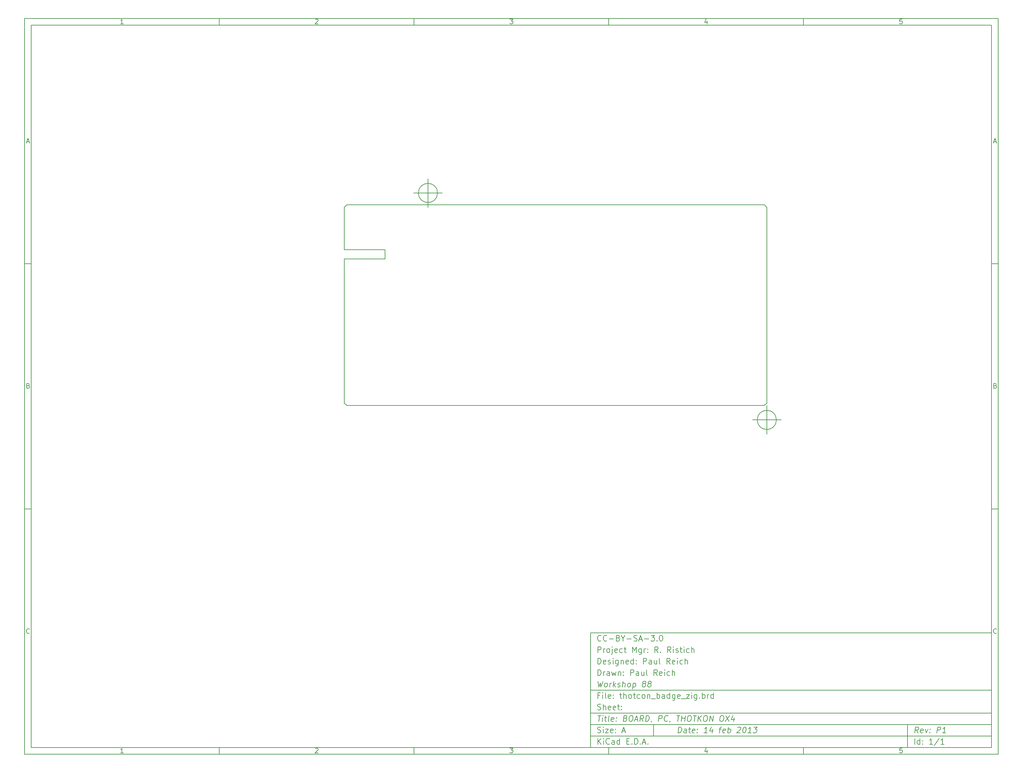
<source format=gbr>
G04 (created by PCBNEW (2012-11-15 BZR 3804)-stable) date Thu 14 Feb 2013 00:34:17 CST*
%MOIN*%
G04 Gerber Fmt 3.4, Leading zero omitted, Abs format*
%FSLAX34Y34*%
G01*
G70*
G90*
G04 APERTURE LIST*
%ADD10C,0.006*%
%ADD11C,0.00590551*%
G04 APERTURE END LIST*
G54D10*
X-38750Y36250D02*
X63250Y36250D01*
X63250Y-40750D01*
X-38750Y-40750D01*
X-38750Y36250D01*
X-38050Y35550D02*
X62550Y35550D01*
X62550Y-40050D01*
X-38050Y-40050D01*
X-38050Y35550D01*
X-18350Y36250D02*
X-18350Y35550D01*
X-28407Y35697D02*
X-28692Y35697D01*
X-28550Y35697D02*
X-28550Y36197D01*
X-28597Y36126D01*
X-28645Y36078D01*
X-28692Y36054D01*
X-18350Y-40750D02*
X-18350Y-40050D01*
X-28407Y-40602D02*
X-28692Y-40602D01*
X-28550Y-40602D02*
X-28550Y-40102D01*
X-28597Y-40173D01*
X-28645Y-40221D01*
X-28692Y-40245D01*
X2050Y36250D02*
X2050Y35550D01*
X-8292Y36150D02*
X-8269Y36173D01*
X-8221Y36197D01*
X-8102Y36197D01*
X-8054Y36173D01*
X-8030Y36150D01*
X-8007Y36102D01*
X-8007Y36054D01*
X-8030Y35983D01*
X-8316Y35697D01*
X-8007Y35697D01*
X2050Y-40750D02*
X2050Y-40050D01*
X-8292Y-40150D02*
X-8269Y-40126D01*
X-8221Y-40102D01*
X-8102Y-40102D01*
X-8054Y-40126D01*
X-8030Y-40150D01*
X-8007Y-40197D01*
X-8007Y-40245D01*
X-8030Y-40316D01*
X-8316Y-40602D01*
X-8007Y-40602D01*
X22450Y36250D02*
X22450Y35550D01*
X12083Y36197D02*
X12392Y36197D01*
X12226Y36007D01*
X12297Y36007D01*
X12345Y35983D01*
X12369Y35959D01*
X12392Y35911D01*
X12392Y35792D01*
X12369Y35745D01*
X12345Y35721D01*
X12297Y35697D01*
X12154Y35697D01*
X12107Y35721D01*
X12083Y35745D01*
X22450Y-40750D02*
X22450Y-40050D01*
X12083Y-40102D02*
X12392Y-40102D01*
X12226Y-40292D01*
X12297Y-40292D01*
X12345Y-40316D01*
X12369Y-40340D01*
X12392Y-40388D01*
X12392Y-40507D01*
X12369Y-40554D01*
X12345Y-40578D01*
X12297Y-40602D01*
X12154Y-40602D01*
X12107Y-40578D01*
X12083Y-40554D01*
X42850Y36250D02*
X42850Y35550D01*
X32745Y36030D02*
X32745Y35697D01*
X32626Y36221D02*
X32507Y35864D01*
X32816Y35864D01*
X42850Y-40750D02*
X42850Y-40050D01*
X32745Y-40269D02*
X32745Y-40602D01*
X32626Y-40078D02*
X32507Y-40435D01*
X32816Y-40435D01*
X53169Y36197D02*
X52930Y36197D01*
X52907Y35959D01*
X52930Y35983D01*
X52978Y36007D01*
X53097Y36007D01*
X53145Y35983D01*
X53169Y35959D01*
X53192Y35911D01*
X53192Y35792D01*
X53169Y35745D01*
X53145Y35721D01*
X53097Y35697D01*
X52978Y35697D01*
X52930Y35721D01*
X52907Y35745D01*
X53169Y-40102D02*
X52930Y-40102D01*
X52907Y-40340D01*
X52930Y-40316D01*
X52978Y-40292D01*
X53097Y-40292D01*
X53145Y-40316D01*
X53169Y-40340D01*
X53192Y-40388D01*
X53192Y-40507D01*
X53169Y-40554D01*
X53145Y-40578D01*
X53097Y-40602D01*
X52978Y-40602D01*
X52930Y-40578D01*
X52907Y-40554D01*
X-38750Y10590D02*
X-38050Y10590D01*
X-38519Y23360D02*
X-38280Y23360D01*
X-38566Y23217D02*
X-38399Y23717D01*
X-38233Y23217D01*
X63250Y10590D02*
X62550Y10590D01*
X62780Y23360D02*
X63019Y23360D01*
X62733Y23217D02*
X62900Y23717D01*
X63066Y23217D01*
X-38750Y-15070D02*
X-38050Y-15070D01*
X-38364Y-2180D02*
X-38292Y-2204D01*
X-38269Y-2228D01*
X-38245Y-2275D01*
X-38245Y-2347D01*
X-38269Y-2394D01*
X-38292Y-2418D01*
X-38340Y-2442D01*
X-38530Y-2442D01*
X-38530Y-1942D01*
X-38364Y-1942D01*
X-38316Y-1966D01*
X-38292Y-1990D01*
X-38269Y-2037D01*
X-38269Y-2085D01*
X-38292Y-2132D01*
X-38316Y-2156D01*
X-38364Y-2180D01*
X-38530Y-2180D01*
X63250Y-15070D02*
X62550Y-15070D01*
X62935Y-2180D02*
X63007Y-2204D01*
X63030Y-2228D01*
X63054Y-2275D01*
X63054Y-2347D01*
X63030Y-2394D01*
X63007Y-2418D01*
X62959Y-2442D01*
X62769Y-2442D01*
X62769Y-1942D01*
X62935Y-1942D01*
X62983Y-1966D01*
X63007Y-1990D01*
X63030Y-2037D01*
X63030Y-2085D01*
X63007Y-2132D01*
X62983Y-2156D01*
X62935Y-2180D01*
X62769Y-2180D01*
X-38245Y-28054D02*
X-38269Y-28078D01*
X-38340Y-28102D01*
X-38388Y-28102D01*
X-38459Y-28078D01*
X-38507Y-28030D01*
X-38530Y-27983D01*
X-38554Y-27888D01*
X-38554Y-27816D01*
X-38530Y-27721D01*
X-38507Y-27673D01*
X-38459Y-27626D01*
X-38388Y-27602D01*
X-38340Y-27602D01*
X-38269Y-27626D01*
X-38245Y-27650D01*
X63054Y-28054D02*
X63030Y-28078D01*
X62959Y-28102D01*
X62911Y-28102D01*
X62840Y-28078D01*
X62792Y-28030D01*
X62769Y-27983D01*
X62745Y-27888D01*
X62745Y-27816D01*
X62769Y-27721D01*
X62792Y-27673D01*
X62840Y-27626D01*
X62911Y-27602D01*
X62959Y-27602D01*
X63030Y-27626D01*
X63054Y-27650D01*
X29700Y-38492D02*
X29775Y-37892D01*
X29917Y-37892D01*
X30000Y-37921D01*
X30050Y-37978D01*
X30071Y-38035D01*
X30085Y-38150D01*
X30075Y-38235D01*
X30032Y-38350D01*
X29996Y-38407D01*
X29932Y-38464D01*
X29842Y-38492D01*
X29700Y-38492D01*
X30557Y-38492D02*
X30596Y-38178D01*
X30575Y-38121D01*
X30521Y-38092D01*
X30407Y-38092D01*
X30346Y-38121D01*
X30560Y-38464D02*
X30500Y-38492D01*
X30357Y-38492D01*
X30303Y-38464D01*
X30282Y-38407D01*
X30289Y-38350D01*
X30325Y-38292D01*
X30385Y-38264D01*
X30528Y-38264D01*
X30589Y-38235D01*
X30807Y-38092D02*
X31035Y-38092D01*
X30917Y-37892D02*
X30853Y-38407D01*
X30875Y-38464D01*
X30928Y-38492D01*
X30985Y-38492D01*
X31417Y-38464D02*
X31357Y-38492D01*
X31242Y-38492D01*
X31189Y-38464D01*
X31167Y-38407D01*
X31196Y-38178D01*
X31232Y-38121D01*
X31292Y-38092D01*
X31407Y-38092D01*
X31460Y-38121D01*
X31482Y-38178D01*
X31475Y-38235D01*
X31182Y-38292D01*
X31707Y-38435D02*
X31732Y-38464D01*
X31700Y-38492D01*
X31675Y-38464D01*
X31707Y-38435D01*
X31700Y-38492D01*
X31746Y-38121D02*
X31771Y-38150D01*
X31739Y-38178D01*
X31714Y-38150D01*
X31746Y-38121D01*
X31739Y-38178D01*
X32757Y-38492D02*
X32414Y-38492D01*
X32585Y-38492D02*
X32660Y-37892D01*
X32592Y-37978D01*
X32528Y-38035D01*
X32467Y-38064D01*
X33321Y-38092D02*
X33271Y-38492D01*
X33207Y-37864D02*
X33010Y-38292D01*
X33382Y-38292D01*
X34007Y-38092D02*
X34235Y-38092D01*
X34042Y-38492D02*
X34107Y-37978D01*
X34142Y-37921D01*
X34203Y-37892D01*
X34260Y-37892D01*
X34617Y-38464D02*
X34557Y-38492D01*
X34442Y-38492D01*
X34389Y-38464D01*
X34367Y-38407D01*
X34396Y-38178D01*
X34432Y-38121D01*
X34492Y-38092D01*
X34607Y-38092D01*
X34660Y-38121D01*
X34682Y-38178D01*
X34675Y-38235D01*
X34382Y-38292D01*
X34900Y-38492D02*
X34975Y-37892D01*
X34946Y-38121D02*
X35007Y-38092D01*
X35121Y-38092D01*
X35175Y-38121D01*
X35200Y-38150D01*
X35221Y-38207D01*
X35200Y-38378D01*
X35164Y-38435D01*
X35132Y-38464D01*
X35071Y-38492D01*
X34957Y-38492D01*
X34903Y-38464D01*
X35939Y-37950D02*
X35971Y-37921D01*
X36032Y-37892D01*
X36175Y-37892D01*
X36228Y-37921D01*
X36253Y-37950D01*
X36275Y-38007D01*
X36267Y-38064D01*
X36228Y-38150D01*
X35842Y-38492D01*
X36214Y-38492D01*
X36660Y-37892D02*
X36717Y-37892D01*
X36771Y-37921D01*
X36796Y-37950D01*
X36817Y-38007D01*
X36832Y-38121D01*
X36814Y-38264D01*
X36771Y-38378D01*
X36735Y-38435D01*
X36703Y-38464D01*
X36642Y-38492D01*
X36585Y-38492D01*
X36532Y-38464D01*
X36507Y-38435D01*
X36485Y-38378D01*
X36471Y-38264D01*
X36489Y-38121D01*
X36532Y-38007D01*
X36567Y-37950D01*
X36600Y-37921D01*
X36660Y-37892D01*
X37357Y-38492D02*
X37014Y-38492D01*
X37185Y-38492D02*
X37260Y-37892D01*
X37192Y-37978D01*
X37128Y-38035D01*
X37067Y-38064D01*
X37632Y-37892D02*
X38003Y-37892D01*
X37775Y-38121D01*
X37860Y-38121D01*
X37914Y-38150D01*
X37939Y-38178D01*
X37960Y-38235D01*
X37942Y-38378D01*
X37907Y-38435D01*
X37875Y-38464D01*
X37814Y-38492D01*
X37642Y-38492D01*
X37589Y-38464D01*
X37564Y-38435D01*
X21292Y-39692D02*
X21292Y-39092D01*
X21635Y-39692D02*
X21378Y-39350D01*
X21635Y-39092D02*
X21292Y-39435D01*
X21892Y-39692D02*
X21892Y-39292D01*
X21892Y-39092D02*
X21864Y-39121D01*
X21892Y-39150D01*
X21921Y-39121D01*
X21892Y-39092D01*
X21892Y-39150D01*
X22521Y-39635D02*
X22492Y-39664D01*
X22407Y-39692D01*
X22350Y-39692D01*
X22264Y-39664D01*
X22207Y-39607D01*
X22178Y-39550D01*
X22150Y-39435D01*
X22150Y-39350D01*
X22178Y-39235D01*
X22207Y-39178D01*
X22264Y-39121D01*
X22350Y-39092D01*
X22407Y-39092D01*
X22492Y-39121D01*
X22521Y-39150D01*
X23035Y-39692D02*
X23035Y-39378D01*
X23007Y-39321D01*
X22950Y-39292D01*
X22835Y-39292D01*
X22778Y-39321D01*
X23035Y-39664D02*
X22978Y-39692D01*
X22835Y-39692D01*
X22778Y-39664D01*
X22750Y-39607D01*
X22750Y-39550D01*
X22778Y-39492D01*
X22835Y-39464D01*
X22978Y-39464D01*
X23035Y-39435D01*
X23578Y-39692D02*
X23578Y-39092D01*
X23578Y-39664D02*
X23521Y-39692D01*
X23407Y-39692D01*
X23350Y-39664D01*
X23321Y-39635D01*
X23292Y-39578D01*
X23292Y-39407D01*
X23321Y-39350D01*
X23350Y-39321D01*
X23407Y-39292D01*
X23521Y-39292D01*
X23578Y-39321D01*
X24321Y-39378D02*
X24521Y-39378D01*
X24607Y-39692D02*
X24321Y-39692D01*
X24321Y-39092D01*
X24607Y-39092D01*
X24864Y-39635D02*
X24892Y-39664D01*
X24864Y-39692D01*
X24835Y-39664D01*
X24864Y-39635D01*
X24864Y-39692D01*
X25149Y-39692D02*
X25149Y-39092D01*
X25292Y-39092D01*
X25378Y-39121D01*
X25435Y-39178D01*
X25464Y-39235D01*
X25492Y-39350D01*
X25492Y-39435D01*
X25464Y-39550D01*
X25435Y-39607D01*
X25378Y-39664D01*
X25292Y-39692D01*
X25149Y-39692D01*
X25749Y-39635D02*
X25778Y-39664D01*
X25749Y-39692D01*
X25721Y-39664D01*
X25749Y-39635D01*
X25749Y-39692D01*
X26007Y-39521D02*
X26292Y-39521D01*
X25949Y-39692D02*
X26149Y-39092D01*
X26349Y-39692D01*
X26549Y-39635D02*
X26578Y-39664D01*
X26549Y-39692D01*
X26521Y-39664D01*
X26549Y-39635D01*
X26549Y-39692D01*
X54842Y-38492D02*
X54678Y-38207D01*
X54500Y-38492D02*
X54575Y-37892D01*
X54803Y-37892D01*
X54857Y-37921D01*
X54882Y-37950D01*
X54903Y-38007D01*
X54892Y-38092D01*
X54857Y-38150D01*
X54825Y-38178D01*
X54764Y-38207D01*
X54535Y-38207D01*
X55332Y-38464D02*
X55271Y-38492D01*
X55157Y-38492D01*
X55103Y-38464D01*
X55082Y-38407D01*
X55110Y-38178D01*
X55146Y-38121D01*
X55207Y-38092D01*
X55321Y-38092D01*
X55375Y-38121D01*
X55396Y-38178D01*
X55389Y-38235D01*
X55096Y-38292D01*
X55607Y-38092D02*
X55700Y-38492D01*
X55892Y-38092D01*
X56078Y-38435D02*
X56103Y-38464D01*
X56071Y-38492D01*
X56046Y-38464D01*
X56078Y-38435D01*
X56071Y-38492D01*
X56117Y-38121D02*
X56142Y-38150D01*
X56110Y-38178D01*
X56085Y-38150D01*
X56117Y-38121D01*
X56110Y-38178D01*
X56814Y-38492D02*
X56889Y-37892D01*
X57117Y-37892D01*
X57171Y-37921D01*
X57196Y-37950D01*
X57217Y-38007D01*
X57207Y-38092D01*
X57171Y-38150D01*
X57139Y-38178D01*
X57078Y-38207D01*
X56850Y-38207D01*
X57728Y-38492D02*
X57385Y-38492D01*
X57557Y-38492D02*
X57632Y-37892D01*
X57564Y-37978D01*
X57500Y-38035D01*
X57439Y-38064D01*
X21264Y-38464D02*
X21350Y-38492D01*
X21492Y-38492D01*
X21550Y-38464D01*
X21578Y-38435D01*
X21607Y-38378D01*
X21607Y-38321D01*
X21578Y-38264D01*
X21550Y-38235D01*
X21492Y-38207D01*
X21378Y-38178D01*
X21321Y-38150D01*
X21292Y-38121D01*
X21264Y-38064D01*
X21264Y-38007D01*
X21292Y-37950D01*
X21321Y-37921D01*
X21378Y-37892D01*
X21521Y-37892D01*
X21607Y-37921D01*
X21864Y-38492D02*
X21864Y-38092D01*
X21864Y-37892D02*
X21835Y-37921D01*
X21864Y-37950D01*
X21892Y-37921D01*
X21864Y-37892D01*
X21864Y-37950D01*
X22092Y-38092D02*
X22407Y-38092D01*
X22092Y-38492D01*
X22407Y-38492D01*
X22864Y-38464D02*
X22807Y-38492D01*
X22692Y-38492D01*
X22635Y-38464D01*
X22607Y-38407D01*
X22607Y-38178D01*
X22635Y-38121D01*
X22692Y-38092D01*
X22807Y-38092D01*
X22864Y-38121D01*
X22892Y-38178D01*
X22892Y-38235D01*
X22607Y-38292D01*
X23150Y-38435D02*
X23178Y-38464D01*
X23150Y-38492D01*
X23121Y-38464D01*
X23150Y-38435D01*
X23150Y-38492D01*
X23150Y-38121D02*
X23178Y-38150D01*
X23150Y-38178D01*
X23121Y-38150D01*
X23150Y-38121D01*
X23150Y-38178D01*
X23864Y-38321D02*
X24150Y-38321D01*
X23807Y-38492D02*
X24007Y-37892D01*
X24207Y-38492D01*
X54492Y-39692D02*
X54492Y-39092D01*
X55035Y-39692D02*
X55035Y-39092D01*
X55035Y-39664D02*
X54978Y-39692D01*
X54864Y-39692D01*
X54807Y-39664D01*
X54778Y-39635D01*
X54750Y-39578D01*
X54750Y-39407D01*
X54778Y-39350D01*
X54807Y-39321D01*
X54864Y-39292D01*
X54978Y-39292D01*
X55035Y-39321D01*
X55321Y-39635D02*
X55350Y-39664D01*
X55321Y-39692D01*
X55292Y-39664D01*
X55321Y-39635D01*
X55321Y-39692D01*
X55321Y-39321D02*
X55350Y-39350D01*
X55321Y-39378D01*
X55292Y-39350D01*
X55321Y-39321D01*
X55321Y-39378D01*
X56378Y-39692D02*
X56035Y-39692D01*
X56207Y-39692D02*
X56207Y-39092D01*
X56149Y-39178D01*
X56092Y-39235D01*
X56035Y-39264D01*
X57064Y-39064D02*
X56550Y-39835D01*
X57578Y-39692D02*
X57235Y-39692D01*
X57407Y-39692D02*
X57407Y-39092D01*
X57349Y-39178D01*
X57292Y-39235D01*
X57235Y-39264D01*
X21289Y-36692D02*
X21632Y-36692D01*
X21385Y-37292D02*
X21460Y-36692D01*
X21757Y-37292D02*
X21807Y-36892D01*
X21832Y-36692D02*
X21800Y-36721D01*
X21825Y-36750D01*
X21857Y-36721D01*
X21832Y-36692D01*
X21825Y-36750D01*
X22007Y-36892D02*
X22235Y-36892D01*
X22117Y-36692D02*
X22053Y-37207D01*
X22075Y-37264D01*
X22128Y-37292D01*
X22185Y-37292D01*
X22471Y-37292D02*
X22417Y-37264D01*
X22396Y-37207D01*
X22460Y-36692D01*
X22932Y-37264D02*
X22871Y-37292D01*
X22757Y-37292D01*
X22703Y-37264D01*
X22682Y-37207D01*
X22710Y-36978D01*
X22746Y-36921D01*
X22807Y-36892D01*
X22921Y-36892D01*
X22975Y-36921D01*
X22996Y-36978D01*
X22989Y-37035D01*
X22696Y-37092D01*
X23221Y-37235D02*
X23246Y-37264D01*
X23214Y-37292D01*
X23189Y-37264D01*
X23221Y-37235D01*
X23214Y-37292D01*
X23260Y-36921D02*
X23285Y-36950D01*
X23253Y-36978D01*
X23228Y-36950D01*
X23260Y-36921D01*
X23253Y-36978D01*
X24196Y-36978D02*
X24278Y-37007D01*
X24303Y-37035D01*
X24325Y-37092D01*
X24314Y-37178D01*
X24278Y-37235D01*
X24246Y-37264D01*
X24185Y-37292D01*
X23957Y-37292D01*
X24032Y-36692D01*
X24232Y-36692D01*
X24285Y-36721D01*
X24310Y-36750D01*
X24332Y-36807D01*
X24325Y-36864D01*
X24289Y-36921D01*
X24257Y-36950D01*
X24196Y-36978D01*
X23996Y-36978D01*
X24746Y-36692D02*
X24860Y-36692D01*
X24914Y-36721D01*
X24964Y-36778D01*
X24978Y-36892D01*
X24953Y-37092D01*
X24910Y-37207D01*
X24846Y-37264D01*
X24785Y-37292D01*
X24671Y-37292D01*
X24617Y-37264D01*
X24567Y-37207D01*
X24553Y-37092D01*
X24578Y-36892D01*
X24621Y-36778D01*
X24685Y-36721D01*
X24746Y-36692D01*
X25178Y-37121D02*
X25464Y-37121D01*
X25100Y-37292D02*
X25375Y-36692D01*
X25500Y-37292D01*
X26042Y-37292D02*
X25878Y-37007D01*
X25700Y-37292D02*
X25775Y-36692D01*
X26003Y-36692D01*
X26057Y-36721D01*
X26082Y-36750D01*
X26103Y-36807D01*
X26092Y-36892D01*
X26057Y-36950D01*
X26025Y-36978D01*
X25964Y-37007D01*
X25735Y-37007D01*
X26300Y-37292D02*
X26375Y-36692D01*
X26517Y-36692D01*
X26600Y-36721D01*
X26650Y-36778D01*
X26671Y-36835D01*
X26685Y-36950D01*
X26675Y-37035D01*
X26632Y-37150D01*
X26596Y-37207D01*
X26532Y-37264D01*
X26442Y-37292D01*
X26300Y-37292D01*
X26932Y-37264D02*
X26928Y-37292D01*
X26892Y-37350D01*
X26860Y-37378D01*
X27642Y-37292D02*
X27717Y-36692D01*
X27946Y-36692D01*
X27999Y-36721D01*
X28025Y-36750D01*
X28046Y-36807D01*
X28035Y-36892D01*
X28000Y-36950D01*
X27967Y-36978D01*
X27907Y-37007D01*
X27678Y-37007D01*
X28592Y-37235D02*
X28560Y-37264D01*
X28471Y-37292D01*
X28414Y-37292D01*
X28332Y-37264D01*
X28282Y-37207D01*
X28260Y-37150D01*
X28246Y-37035D01*
X28257Y-36950D01*
X28300Y-36835D01*
X28335Y-36778D01*
X28399Y-36721D01*
X28489Y-36692D01*
X28546Y-36692D01*
X28628Y-36721D01*
X28653Y-36750D01*
X28875Y-37264D02*
X28871Y-37292D01*
X28835Y-37350D01*
X28803Y-37378D01*
X29575Y-36692D02*
X29917Y-36692D01*
X29671Y-37292D02*
X29746Y-36692D01*
X30042Y-37292D02*
X30117Y-36692D01*
X30082Y-36978D02*
X30425Y-36978D01*
X30385Y-37292D02*
X30460Y-36692D01*
X30860Y-36692D02*
X30975Y-36692D01*
X31028Y-36721D01*
X31078Y-36778D01*
X31092Y-36892D01*
X31067Y-37092D01*
X31024Y-37207D01*
X30960Y-37264D01*
X30900Y-37292D01*
X30785Y-37292D01*
X30732Y-37264D01*
X30682Y-37207D01*
X30667Y-37092D01*
X30692Y-36892D01*
X30735Y-36778D01*
X30799Y-36721D01*
X30860Y-36692D01*
X31289Y-36692D02*
X31632Y-36692D01*
X31385Y-37292D02*
X31460Y-36692D01*
X31757Y-37292D02*
X31832Y-36692D01*
X32099Y-37292D02*
X31885Y-36950D01*
X32174Y-36692D02*
X31789Y-37035D01*
X32546Y-36692D02*
X32660Y-36692D01*
X32714Y-36721D01*
X32764Y-36778D01*
X32778Y-36892D01*
X32753Y-37092D01*
X32710Y-37207D01*
X32646Y-37264D01*
X32585Y-37292D01*
X32471Y-37292D01*
X32417Y-37264D01*
X32367Y-37207D01*
X32353Y-37092D01*
X32378Y-36892D01*
X32421Y-36778D01*
X32485Y-36721D01*
X32546Y-36692D01*
X32985Y-37292D02*
X33060Y-36692D01*
X33328Y-37292D01*
X33403Y-36692D01*
X34260Y-36692D02*
X34374Y-36692D01*
X34428Y-36721D01*
X34478Y-36778D01*
X34492Y-36892D01*
X34467Y-37092D01*
X34424Y-37207D01*
X34360Y-37264D01*
X34299Y-37292D01*
X34185Y-37292D01*
X34132Y-37264D01*
X34082Y-37207D01*
X34067Y-37092D01*
X34092Y-36892D01*
X34135Y-36778D01*
X34199Y-36721D01*
X34260Y-36692D01*
X34717Y-36692D02*
X35042Y-37292D01*
X35117Y-36692D02*
X34642Y-37292D01*
X35578Y-36892D02*
X35528Y-37292D01*
X35464Y-36664D02*
X35267Y-37092D01*
X35639Y-37092D01*
X21492Y-34578D02*
X21292Y-34578D01*
X21292Y-34892D02*
X21292Y-34292D01*
X21578Y-34292D01*
X21807Y-34892D02*
X21807Y-34492D01*
X21807Y-34292D02*
X21778Y-34321D01*
X21807Y-34350D01*
X21835Y-34321D01*
X21807Y-34292D01*
X21807Y-34350D01*
X22178Y-34892D02*
X22121Y-34864D01*
X22092Y-34807D01*
X22092Y-34292D01*
X22635Y-34864D02*
X22578Y-34892D01*
X22464Y-34892D01*
X22407Y-34864D01*
X22378Y-34807D01*
X22378Y-34578D01*
X22407Y-34521D01*
X22464Y-34492D01*
X22578Y-34492D01*
X22635Y-34521D01*
X22664Y-34578D01*
X22664Y-34635D01*
X22378Y-34692D01*
X22921Y-34835D02*
X22950Y-34864D01*
X22921Y-34892D01*
X22892Y-34864D01*
X22921Y-34835D01*
X22921Y-34892D01*
X22921Y-34521D02*
X22950Y-34550D01*
X22921Y-34578D01*
X22892Y-34550D01*
X22921Y-34521D01*
X22921Y-34578D01*
X23578Y-34492D02*
X23807Y-34492D01*
X23664Y-34292D02*
X23664Y-34807D01*
X23692Y-34864D01*
X23750Y-34892D01*
X23807Y-34892D01*
X24007Y-34892D02*
X24007Y-34292D01*
X24264Y-34892D02*
X24264Y-34578D01*
X24235Y-34521D01*
X24178Y-34492D01*
X24092Y-34492D01*
X24035Y-34521D01*
X24007Y-34550D01*
X24635Y-34892D02*
X24578Y-34864D01*
X24550Y-34835D01*
X24521Y-34778D01*
X24521Y-34607D01*
X24550Y-34550D01*
X24578Y-34521D01*
X24635Y-34492D01*
X24721Y-34492D01*
X24778Y-34521D01*
X24807Y-34550D01*
X24835Y-34607D01*
X24835Y-34778D01*
X24807Y-34835D01*
X24778Y-34864D01*
X24721Y-34892D01*
X24635Y-34892D01*
X25007Y-34492D02*
X25235Y-34492D01*
X25092Y-34292D02*
X25092Y-34807D01*
X25121Y-34864D01*
X25178Y-34892D01*
X25235Y-34892D01*
X25692Y-34864D02*
X25635Y-34892D01*
X25521Y-34892D01*
X25464Y-34864D01*
X25435Y-34835D01*
X25407Y-34778D01*
X25407Y-34607D01*
X25435Y-34550D01*
X25464Y-34521D01*
X25521Y-34492D01*
X25635Y-34492D01*
X25692Y-34521D01*
X26035Y-34892D02*
X25978Y-34864D01*
X25950Y-34835D01*
X25921Y-34778D01*
X25921Y-34607D01*
X25950Y-34550D01*
X25978Y-34521D01*
X26035Y-34492D01*
X26121Y-34492D01*
X26178Y-34521D01*
X26207Y-34550D01*
X26235Y-34607D01*
X26235Y-34778D01*
X26207Y-34835D01*
X26178Y-34864D01*
X26121Y-34892D01*
X26035Y-34892D01*
X26492Y-34492D02*
X26492Y-34892D01*
X26492Y-34550D02*
X26521Y-34521D01*
X26578Y-34492D01*
X26664Y-34492D01*
X26721Y-34521D01*
X26750Y-34578D01*
X26750Y-34892D01*
X26892Y-34950D02*
X27350Y-34950D01*
X27492Y-34892D02*
X27492Y-34292D01*
X27492Y-34521D02*
X27550Y-34492D01*
X27664Y-34492D01*
X27721Y-34521D01*
X27750Y-34550D01*
X27778Y-34607D01*
X27778Y-34778D01*
X27750Y-34835D01*
X27721Y-34864D01*
X27664Y-34892D01*
X27550Y-34892D01*
X27492Y-34864D01*
X28292Y-34892D02*
X28292Y-34578D01*
X28264Y-34521D01*
X28207Y-34492D01*
X28092Y-34492D01*
X28035Y-34521D01*
X28292Y-34864D02*
X28235Y-34892D01*
X28092Y-34892D01*
X28035Y-34864D01*
X28007Y-34807D01*
X28007Y-34750D01*
X28035Y-34692D01*
X28092Y-34664D01*
X28235Y-34664D01*
X28292Y-34635D01*
X28835Y-34892D02*
X28835Y-34292D01*
X28835Y-34864D02*
X28778Y-34892D01*
X28664Y-34892D01*
X28607Y-34864D01*
X28578Y-34835D01*
X28550Y-34778D01*
X28550Y-34607D01*
X28578Y-34550D01*
X28607Y-34521D01*
X28664Y-34492D01*
X28778Y-34492D01*
X28835Y-34521D01*
X29378Y-34492D02*
X29378Y-34978D01*
X29350Y-35035D01*
X29321Y-35064D01*
X29264Y-35092D01*
X29178Y-35092D01*
X29121Y-35064D01*
X29378Y-34864D02*
X29321Y-34892D01*
X29207Y-34892D01*
X29150Y-34864D01*
X29121Y-34835D01*
X29092Y-34778D01*
X29092Y-34607D01*
X29121Y-34550D01*
X29150Y-34521D01*
X29207Y-34492D01*
X29321Y-34492D01*
X29378Y-34521D01*
X29892Y-34864D02*
X29835Y-34892D01*
X29721Y-34892D01*
X29664Y-34864D01*
X29635Y-34807D01*
X29635Y-34578D01*
X29664Y-34521D01*
X29721Y-34492D01*
X29835Y-34492D01*
X29892Y-34521D01*
X29921Y-34578D01*
X29921Y-34635D01*
X29635Y-34692D01*
X30035Y-34950D02*
X30492Y-34950D01*
X30578Y-34492D02*
X30892Y-34492D01*
X30578Y-34892D01*
X30892Y-34892D01*
X31121Y-34892D02*
X31121Y-34492D01*
X31121Y-34292D02*
X31092Y-34321D01*
X31121Y-34350D01*
X31150Y-34321D01*
X31121Y-34292D01*
X31121Y-34350D01*
X31664Y-34492D02*
X31664Y-34978D01*
X31635Y-35035D01*
X31607Y-35064D01*
X31549Y-35092D01*
X31464Y-35092D01*
X31407Y-35064D01*
X31664Y-34864D02*
X31607Y-34892D01*
X31492Y-34892D01*
X31435Y-34864D01*
X31407Y-34835D01*
X31378Y-34778D01*
X31378Y-34607D01*
X31407Y-34550D01*
X31435Y-34521D01*
X31492Y-34492D01*
X31607Y-34492D01*
X31664Y-34521D01*
X31949Y-34835D02*
X31978Y-34864D01*
X31949Y-34892D01*
X31921Y-34864D01*
X31949Y-34835D01*
X31949Y-34892D01*
X32235Y-34892D02*
X32235Y-34292D01*
X32235Y-34521D02*
X32292Y-34492D01*
X32407Y-34492D01*
X32464Y-34521D01*
X32492Y-34550D01*
X32521Y-34607D01*
X32521Y-34778D01*
X32492Y-34835D01*
X32464Y-34864D01*
X32407Y-34892D01*
X32292Y-34892D01*
X32235Y-34864D01*
X32778Y-34892D02*
X32778Y-34492D01*
X32778Y-34607D02*
X32807Y-34550D01*
X32835Y-34521D01*
X32892Y-34492D01*
X32949Y-34492D01*
X33407Y-34892D02*
X33407Y-34292D01*
X33407Y-34864D02*
X33349Y-34892D01*
X33235Y-34892D01*
X33178Y-34864D01*
X33149Y-34835D01*
X33121Y-34778D01*
X33121Y-34607D01*
X33149Y-34550D01*
X33178Y-34521D01*
X33235Y-34492D01*
X33349Y-34492D01*
X33407Y-34521D01*
X21264Y-36064D02*
X21350Y-36092D01*
X21492Y-36092D01*
X21550Y-36064D01*
X21578Y-36035D01*
X21607Y-35978D01*
X21607Y-35921D01*
X21578Y-35864D01*
X21550Y-35835D01*
X21492Y-35807D01*
X21378Y-35778D01*
X21321Y-35750D01*
X21292Y-35721D01*
X21264Y-35664D01*
X21264Y-35607D01*
X21292Y-35550D01*
X21321Y-35521D01*
X21378Y-35492D01*
X21521Y-35492D01*
X21607Y-35521D01*
X21864Y-36092D02*
X21864Y-35492D01*
X22121Y-36092D02*
X22121Y-35778D01*
X22092Y-35721D01*
X22035Y-35692D01*
X21950Y-35692D01*
X21892Y-35721D01*
X21864Y-35750D01*
X22635Y-36064D02*
X22578Y-36092D01*
X22464Y-36092D01*
X22407Y-36064D01*
X22378Y-36007D01*
X22378Y-35778D01*
X22407Y-35721D01*
X22464Y-35692D01*
X22578Y-35692D01*
X22635Y-35721D01*
X22664Y-35778D01*
X22664Y-35835D01*
X22378Y-35892D01*
X23150Y-36064D02*
X23092Y-36092D01*
X22978Y-36092D01*
X22921Y-36064D01*
X22892Y-36007D01*
X22892Y-35778D01*
X22921Y-35721D01*
X22978Y-35692D01*
X23092Y-35692D01*
X23150Y-35721D01*
X23178Y-35778D01*
X23178Y-35835D01*
X22892Y-35892D01*
X23350Y-35692D02*
X23578Y-35692D01*
X23435Y-35492D02*
X23435Y-36007D01*
X23464Y-36064D01*
X23521Y-36092D01*
X23578Y-36092D01*
X23778Y-36035D02*
X23807Y-36064D01*
X23778Y-36092D01*
X23750Y-36064D01*
X23778Y-36035D01*
X23778Y-36092D01*
X23778Y-35721D02*
X23807Y-35750D01*
X23778Y-35778D01*
X23750Y-35750D01*
X23778Y-35721D01*
X23778Y-35778D01*
X21317Y-33092D02*
X21385Y-33692D01*
X21553Y-33264D01*
X21614Y-33692D01*
X21832Y-33092D01*
X22071Y-33692D02*
X22017Y-33664D01*
X21992Y-33635D01*
X21971Y-33578D01*
X21992Y-33407D01*
X22028Y-33350D01*
X22060Y-33321D01*
X22121Y-33292D01*
X22207Y-33292D01*
X22260Y-33321D01*
X22285Y-33350D01*
X22307Y-33407D01*
X22285Y-33578D01*
X22250Y-33635D01*
X22217Y-33664D01*
X22157Y-33692D01*
X22071Y-33692D01*
X22528Y-33692D02*
X22578Y-33292D01*
X22564Y-33407D02*
X22600Y-33350D01*
X22632Y-33321D01*
X22692Y-33292D01*
X22750Y-33292D01*
X22900Y-33692D02*
X22975Y-33092D01*
X22985Y-33464D02*
X23128Y-33692D01*
X23178Y-33292D02*
X22921Y-33521D01*
X23360Y-33664D02*
X23414Y-33692D01*
X23528Y-33692D01*
X23589Y-33664D01*
X23625Y-33607D01*
X23628Y-33578D01*
X23607Y-33521D01*
X23553Y-33492D01*
X23467Y-33492D01*
X23414Y-33464D01*
X23392Y-33407D01*
X23396Y-33378D01*
X23432Y-33321D01*
X23492Y-33292D01*
X23578Y-33292D01*
X23632Y-33321D01*
X23871Y-33692D02*
X23946Y-33092D01*
X24128Y-33692D02*
X24167Y-33378D01*
X24146Y-33321D01*
X24092Y-33292D01*
X24007Y-33292D01*
X23946Y-33321D01*
X23914Y-33350D01*
X24499Y-33692D02*
X24446Y-33664D01*
X24421Y-33635D01*
X24400Y-33578D01*
X24421Y-33407D01*
X24457Y-33350D01*
X24489Y-33321D01*
X24549Y-33292D01*
X24635Y-33292D01*
X24689Y-33321D01*
X24714Y-33350D01*
X24735Y-33407D01*
X24714Y-33578D01*
X24678Y-33635D01*
X24646Y-33664D01*
X24585Y-33692D01*
X24499Y-33692D01*
X25007Y-33292D02*
X24932Y-33892D01*
X25003Y-33321D02*
X25064Y-33292D01*
X25178Y-33292D01*
X25232Y-33321D01*
X25257Y-33350D01*
X25278Y-33407D01*
X25257Y-33578D01*
X25221Y-33635D01*
X25189Y-33664D01*
X25128Y-33692D01*
X25014Y-33692D01*
X24960Y-33664D01*
X26085Y-33350D02*
X26032Y-33321D01*
X26007Y-33292D01*
X25985Y-33235D01*
X25989Y-33207D01*
X26024Y-33150D01*
X26057Y-33121D01*
X26117Y-33092D01*
X26232Y-33092D01*
X26285Y-33121D01*
X26310Y-33150D01*
X26332Y-33207D01*
X26328Y-33235D01*
X26292Y-33292D01*
X26260Y-33321D01*
X26199Y-33350D01*
X26085Y-33350D01*
X26025Y-33378D01*
X25992Y-33407D01*
X25957Y-33464D01*
X25942Y-33578D01*
X25964Y-33635D01*
X25989Y-33664D01*
X26042Y-33692D01*
X26157Y-33692D01*
X26217Y-33664D01*
X26249Y-33635D01*
X26285Y-33578D01*
X26299Y-33464D01*
X26278Y-33407D01*
X26253Y-33378D01*
X26199Y-33350D01*
X26657Y-33350D02*
X26603Y-33321D01*
X26578Y-33292D01*
X26557Y-33235D01*
X26560Y-33207D01*
X26596Y-33150D01*
X26628Y-33121D01*
X26689Y-33092D01*
X26803Y-33092D01*
X26857Y-33121D01*
X26882Y-33150D01*
X26903Y-33207D01*
X26900Y-33235D01*
X26864Y-33292D01*
X26832Y-33321D01*
X26771Y-33350D01*
X26657Y-33350D01*
X26596Y-33378D01*
X26564Y-33407D01*
X26528Y-33464D01*
X26514Y-33578D01*
X26535Y-33635D01*
X26560Y-33664D01*
X26614Y-33692D01*
X26728Y-33692D01*
X26789Y-33664D01*
X26821Y-33635D01*
X26857Y-33578D01*
X26871Y-33464D01*
X26849Y-33407D01*
X26825Y-33378D01*
X26771Y-33350D01*
X21292Y-32492D02*
X21292Y-31892D01*
X21435Y-31892D01*
X21521Y-31921D01*
X21578Y-31978D01*
X21607Y-32035D01*
X21635Y-32150D01*
X21635Y-32235D01*
X21607Y-32350D01*
X21578Y-32407D01*
X21521Y-32464D01*
X21435Y-32492D01*
X21292Y-32492D01*
X21892Y-32492D02*
X21892Y-32092D01*
X21892Y-32207D02*
X21921Y-32150D01*
X21950Y-32121D01*
X22007Y-32092D01*
X22064Y-32092D01*
X22521Y-32492D02*
X22521Y-32178D01*
X22492Y-32121D01*
X22435Y-32092D01*
X22321Y-32092D01*
X22264Y-32121D01*
X22521Y-32464D02*
X22464Y-32492D01*
X22321Y-32492D01*
X22264Y-32464D01*
X22235Y-32407D01*
X22235Y-32350D01*
X22264Y-32292D01*
X22321Y-32264D01*
X22464Y-32264D01*
X22521Y-32235D01*
X22750Y-32092D02*
X22864Y-32492D01*
X22978Y-32207D01*
X23092Y-32492D01*
X23207Y-32092D01*
X23435Y-32092D02*
X23435Y-32492D01*
X23435Y-32150D02*
X23464Y-32121D01*
X23521Y-32092D01*
X23607Y-32092D01*
X23664Y-32121D01*
X23692Y-32178D01*
X23692Y-32492D01*
X23978Y-32435D02*
X24007Y-32464D01*
X23978Y-32492D01*
X23950Y-32464D01*
X23978Y-32435D01*
X23978Y-32492D01*
X23978Y-32121D02*
X24007Y-32150D01*
X23978Y-32178D01*
X23950Y-32150D01*
X23978Y-32121D01*
X23978Y-32178D01*
X24721Y-32492D02*
X24721Y-31892D01*
X24950Y-31892D01*
X25007Y-31921D01*
X25035Y-31950D01*
X25064Y-32007D01*
X25064Y-32092D01*
X25035Y-32150D01*
X25007Y-32178D01*
X24950Y-32207D01*
X24721Y-32207D01*
X25578Y-32492D02*
X25578Y-32178D01*
X25550Y-32121D01*
X25492Y-32092D01*
X25378Y-32092D01*
X25321Y-32121D01*
X25578Y-32464D02*
X25521Y-32492D01*
X25378Y-32492D01*
X25321Y-32464D01*
X25292Y-32407D01*
X25292Y-32350D01*
X25321Y-32292D01*
X25378Y-32264D01*
X25521Y-32264D01*
X25578Y-32235D01*
X26121Y-32092D02*
X26121Y-32492D01*
X25864Y-32092D02*
X25864Y-32407D01*
X25892Y-32464D01*
X25949Y-32492D01*
X26035Y-32492D01*
X26092Y-32464D01*
X26121Y-32435D01*
X26492Y-32492D02*
X26435Y-32464D01*
X26407Y-32407D01*
X26407Y-31892D01*
X27521Y-32492D02*
X27321Y-32207D01*
X27178Y-32492D02*
X27178Y-31892D01*
X27407Y-31892D01*
X27464Y-31921D01*
X27492Y-31950D01*
X27521Y-32007D01*
X27521Y-32092D01*
X27492Y-32150D01*
X27464Y-32178D01*
X27407Y-32207D01*
X27178Y-32207D01*
X28007Y-32464D02*
X27950Y-32492D01*
X27835Y-32492D01*
X27778Y-32464D01*
X27750Y-32407D01*
X27750Y-32178D01*
X27778Y-32121D01*
X27835Y-32092D01*
X27950Y-32092D01*
X28007Y-32121D01*
X28035Y-32178D01*
X28035Y-32235D01*
X27750Y-32292D01*
X28292Y-32492D02*
X28292Y-32092D01*
X28292Y-31892D02*
X28264Y-31921D01*
X28292Y-31950D01*
X28321Y-31921D01*
X28292Y-31892D01*
X28292Y-31950D01*
X28835Y-32464D02*
X28778Y-32492D01*
X28664Y-32492D01*
X28607Y-32464D01*
X28578Y-32435D01*
X28550Y-32378D01*
X28550Y-32207D01*
X28578Y-32150D01*
X28607Y-32121D01*
X28664Y-32092D01*
X28778Y-32092D01*
X28835Y-32121D01*
X29092Y-32492D02*
X29092Y-31892D01*
X29350Y-32492D02*
X29350Y-32178D01*
X29321Y-32121D01*
X29264Y-32092D01*
X29178Y-32092D01*
X29121Y-32121D01*
X29092Y-32150D01*
X21292Y-31292D02*
X21292Y-30692D01*
X21435Y-30692D01*
X21521Y-30721D01*
X21578Y-30778D01*
X21607Y-30835D01*
X21635Y-30950D01*
X21635Y-31035D01*
X21607Y-31150D01*
X21578Y-31207D01*
X21521Y-31264D01*
X21435Y-31292D01*
X21292Y-31292D01*
X22121Y-31264D02*
X22064Y-31292D01*
X21950Y-31292D01*
X21892Y-31264D01*
X21864Y-31207D01*
X21864Y-30978D01*
X21892Y-30921D01*
X21950Y-30892D01*
X22064Y-30892D01*
X22121Y-30921D01*
X22150Y-30978D01*
X22150Y-31035D01*
X21864Y-31092D01*
X22378Y-31264D02*
X22435Y-31292D01*
X22550Y-31292D01*
X22607Y-31264D01*
X22635Y-31207D01*
X22635Y-31178D01*
X22607Y-31121D01*
X22550Y-31092D01*
X22464Y-31092D01*
X22407Y-31064D01*
X22378Y-31007D01*
X22378Y-30978D01*
X22407Y-30921D01*
X22464Y-30892D01*
X22550Y-30892D01*
X22607Y-30921D01*
X22892Y-31292D02*
X22892Y-30892D01*
X22892Y-30692D02*
X22864Y-30721D01*
X22892Y-30750D01*
X22921Y-30721D01*
X22892Y-30692D01*
X22892Y-30750D01*
X23435Y-30892D02*
X23435Y-31378D01*
X23407Y-31435D01*
X23378Y-31464D01*
X23321Y-31492D01*
X23235Y-31492D01*
X23178Y-31464D01*
X23435Y-31264D02*
X23378Y-31292D01*
X23264Y-31292D01*
X23207Y-31264D01*
X23178Y-31235D01*
X23150Y-31178D01*
X23150Y-31007D01*
X23178Y-30950D01*
X23207Y-30921D01*
X23264Y-30892D01*
X23378Y-30892D01*
X23435Y-30921D01*
X23721Y-30892D02*
X23721Y-31292D01*
X23721Y-30950D02*
X23750Y-30921D01*
X23807Y-30892D01*
X23892Y-30892D01*
X23950Y-30921D01*
X23978Y-30978D01*
X23978Y-31292D01*
X24492Y-31264D02*
X24435Y-31292D01*
X24321Y-31292D01*
X24264Y-31264D01*
X24235Y-31207D01*
X24235Y-30978D01*
X24264Y-30921D01*
X24321Y-30892D01*
X24435Y-30892D01*
X24492Y-30921D01*
X24521Y-30978D01*
X24521Y-31035D01*
X24235Y-31092D01*
X25035Y-31292D02*
X25035Y-30692D01*
X25035Y-31264D02*
X24978Y-31292D01*
X24864Y-31292D01*
X24807Y-31264D01*
X24778Y-31235D01*
X24750Y-31178D01*
X24750Y-31007D01*
X24778Y-30950D01*
X24807Y-30921D01*
X24864Y-30892D01*
X24978Y-30892D01*
X25035Y-30921D01*
X25321Y-31235D02*
X25350Y-31264D01*
X25321Y-31292D01*
X25292Y-31264D01*
X25321Y-31235D01*
X25321Y-31292D01*
X25321Y-30921D02*
X25350Y-30950D01*
X25321Y-30978D01*
X25292Y-30950D01*
X25321Y-30921D01*
X25321Y-30978D01*
X26064Y-31292D02*
X26064Y-30692D01*
X26292Y-30692D01*
X26349Y-30721D01*
X26378Y-30750D01*
X26407Y-30807D01*
X26407Y-30892D01*
X26378Y-30950D01*
X26349Y-30978D01*
X26292Y-31007D01*
X26064Y-31007D01*
X26921Y-31292D02*
X26921Y-30978D01*
X26892Y-30921D01*
X26835Y-30892D01*
X26721Y-30892D01*
X26664Y-30921D01*
X26921Y-31264D02*
X26864Y-31292D01*
X26721Y-31292D01*
X26664Y-31264D01*
X26635Y-31207D01*
X26635Y-31150D01*
X26664Y-31092D01*
X26721Y-31064D01*
X26864Y-31064D01*
X26921Y-31035D01*
X27464Y-30892D02*
X27464Y-31292D01*
X27207Y-30892D02*
X27207Y-31207D01*
X27235Y-31264D01*
X27292Y-31292D01*
X27378Y-31292D01*
X27435Y-31264D01*
X27464Y-31235D01*
X27835Y-31292D02*
X27778Y-31264D01*
X27749Y-31207D01*
X27749Y-30692D01*
X28864Y-31292D02*
X28664Y-31007D01*
X28521Y-31292D02*
X28521Y-30692D01*
X28750Y-30692D01*
X28807Y-30721D01*
X28835Y-30750D01*
X28864Y-30807D01*
X28864Y-30892D01*
X28835Y-30950D01*
X28807Y-30978D01*
X28750Y-31007D01*
X28521Y-31007D01*
X29350Y-31264D02*
X29292Y-31292D01*
X29178Y-31292D01*
X29121Y-31264D01*
X29092Y-31207D01*
X29092Y-30978D01*
X29121Y-30921D01*
X29178Y-30892D01*
X29292Y-30892D01*
X29350Y-30921D01*
X29378Y-30978D01*
X29378Y-31035D01*
X29092Y-31092D01*
X29635Y-31292D02*
X29635Y-30892D01*
X29635Y-30692D02*
X29607Y-30721D01*
X29635Y-30750D01*
X29664Y-30721D01*
X29635Y-30692D01*
X29635Y-30750D01*
X30178Y-31264D02*
X30121Y-31292D01*
X30007Y-31292D01*
X29950Y-31264D01*
X29921Y-31235D01*
X29892Y-31178D01*
X29892Y-31007D01*
X29921Y-30950D01*
X29950Y-30921D01*
X30007Y-30892D01*
X30121Y-30892D01*
X30178Y-30921D01*
X30435Y-31292D02*
X30435Y-30692D01*
X30692Y-31292D02*
X30692Y-30978D01*
X30664Y-30921D01*
X30607Y-30892D01*
X30521Y-30892D01*
X30464Y-30921D01*
X30435Y-30950D01*
X21292Y-30092D02*
X21292Y-29492D01*
X21521Y-29492D01*
X21578Y-29521D01*
X21607Y-29550D01*
X21635Y-29607D01*
X21635Y-29692D01*
X21607Y-29750D01*
X21578Y-29778D01*
X21521Y-29807D01*
X21292Y-29807D01*
X21892Y-30092D02*
X21892Y-29692D01*
X21892Y-29807D02*
X21921Y-29750D01*
X21950Y-29721D01*
X22007Y-29692D01*
X22064Y-29692D01*
X22350Y-30092D02*
X22292Y-30064D01*
X22264Y-30035D01*
X22235Y-29978D01*
X22235Y-29807D01*
X22264Y-29750D01*
X22292Y-29721D01*
X22350Y-29692D01*
X22435Y-29692D01*
X22492Y-29721D01*
X22521Y-29750D01*
X22550Y-29807D01*
X22550Y-29978D01*
X22521Y-30035D01*
X22492Y-30064D01*
X22435Y-30092D01*
X22350Y-30092D01*
X22807Y-29692D02*
X22807Y-30207D01*
X22778Y-30264D01*
X22721Y-30292D01*
X22692Y-30292D01*
X22807Y-29492D02*
X22778Y-29521D01*
X22807Y-29550D01*
X22835Y-29521D01*
X22807Y-29492D01*
X22807Y-29550D01*
X23321Y-30064D02*
X23264Y-30092D01*
X23150Y-30092D01*
X23092Y-30064D01*
X23064Y-30007D01*
X23064Y-29778D01*
X23092Y-29721D01*
X23150Y-29692D01*
X23264Y-29692D01*
X23321Y-29721D01*
X23350Y-29778D01*
X23350Y-29835D01*
X23064Y-29892D01*
X23864Y-30064D02*
X23807Y-30092D01*
X23692Y-30092D01*
X23635Y-30064D01*
X23607Y-30035D01*
X23578Y-29978D01*
X23578Y-29807D01*
X23607Y-29750D01*
X23635Y-29721D01*
X23692Y-29692D01*
X23807Y-29692D01*
X23864Y-29721D01*
X24035Y-29692D02*
X24264Y-29692D01*
X24121Y-29492D02*
X24121Y-30007D01*
X24150Y-30064D01*
X24207Y-30092D01*
X24264Y-30092D01*
X24921Y-30092D02*
X24921Y-29492D01*
X25121Y-29921D01*
X25321Y-29492D01*
X25321Y-30092D01*
X25864Y-29692D02*
X25864Y-30178D01*
X25835Y-30235D01*
X25807Y-30264D01*
X25750Y-30292D01*
X25664Y-30292D01*
X25607Y-30264D01*
X25864Y-30064D02*
X25807Y-30092D01*
X25692Y-30092D01*
X25635Y-30064D01*
X25607Y-30035D01*
X25578Y-29978D01*
X25578Y-29807D01*
X25607Y-29750D01*
X25635Y-29721D01*
X25692Y-29692D01*
X25807Y-29692D01*
X25864Y-29721D01*
X26150Y-30092D02*
X26150Y-29692D01*
X26150Y-29807D02*
X26178Y-29750D01*
X26207Y-29721D01*
X26264Y-29692D01*
X26321Y-29692D01*
X26521Y-30035D02*
X26550Y-30064D01*
X26521Y-30092D01*
X26492Y-30064D01*
X26521Y-30035D01*
X26521Y-30092D01*
X26521Y-29721D02*
X26550Y-29750D01*
X26521Y-29778D01*
X26492Y-29750D01*
X26521Y-29721D01*
X26521Y-29778D01*
X27607Y-30092D02*
X27407Y-29807D01*
X27264Y-30092D02*
X27264Y-29492D01*
X27492Y-29492D01*
X27550Y-29521D01*
X27578Y-29550D01*
X27607Y-29607D01*
X27607Y-29692D01*
X27578Y-29750D01*
X27550Y-29778D01*
X27492Y-29807D01*
X27264Y-29807D01*
X27864Y-30035D02*
X27892Y-30064D01*
X27864Y-30092D01*
X27835Y-30064D01*
X27864Y-30035D01*
X27864Y-30092D01*
X28950Y-30092D02*
X28750Y-29807D01*
X28607Y-30092D02*
X28607Y-29492D01*
X28835Y-29492D01*
X28892Y-29521D01*
X28921Y-29550D01*
X28950Y-29607D01*
X28950Y-29692D01*
X28921Y-29750D01*
X28892Y-29778D01*
X28835Y-29807D01*
X28607Y-29807D01*
X29207Y-30092D02*
X29207Y-29692D01*
X29207Y-29492D02*
X29178Y-29521D01*
X29207Y-29550D01*
X29235Y-29521D01*
X29207Y-29492D01*
X29207Y-29550D01*
X29464Y-30064D02*
X29521Y-30092D01*
X29635Y-30092D01*
X29692Y-30064D01*
X29721Y-30007D01*
X29721Y-29978D01*
X29692Y-29921D01*
X29635Y-29892D01*
X29550Y-29892D01*
X29492Y-29864D01*
X29464Y-29807D01*
X29464Y-29778D01*
X29492Y-29721D01*
X29550Y-29692D01*
X29635Y-29692D01*
X29692Y-29721D01*
X29892Y-29692D02*
X30121Y-29692D01*
X29978Y-29492D02*
X29978Y-30007D01*
X30007Y-30064D01*
X30064Y-30092D01*
X30121Y-30092D01*
X30321Y-30092D02*
X30321Y-29692D01*
X30321Y-29492D02*
X30292Y-29521D01*
X30321Y-29550D01*
X30350Y-29521D01*
X30321Y-29492D01*
X30321Y-29550D01*
X30864Y-30064D02*
X30807Y-30092D01*
X30692Y-30092D01*
X30635Y-30064D01*
X30607Y-30035D01*
X30578Y-29978D01*
X30578Y-29807D01*
X30607Y-29750D01*
X30635Y-29721D01*
X30692Y-29692D01*
X30807Y-29692D01*
X30864Y-29721D01*
X31121Y-30092D02*
X31121Y-29492D01*
X31378Y-30092D02*
X31378Y-29778D01*
X31350Y-29721D01*
X31292Y-29692D01*
X31207Y-29692D01*
X31150Y-29721D01*
X31121Y-29750D01*
X21635Y-28835D02*
X21607Y-28864D01*
X21521Y-28892D01*
X21464Y-28892D01*
X21378Y-28864D01*
X21321Y-28807D01*
X21292Y-28750D01*
X21264Y-28635D01*
X21264Y-28550D01*
X21292Y-28435D01*
X21321Y-28378D01*
X21378Y-28321D01*
X21464Y-28292D01*
X21521Y-28292D01*
X21607Y-28321D01*
X21635Y-28350D01*
X22235Y-28835D02*
X22207Y-28864D01*
X22121Y-28892D01*
X22064Y-28892D01*
X21978Y-28864D01*
X21921Y-28807D01*
X21892Y-28750D01*
X21864Y-28635D01*
X21864Y-28550D01*
X21892Y-28435D01*
X21921Y-28378D01*
X21978Y-28321D01*
X22064Y-28292D01*
X22121Y-28292D01*
X22207Y-28321D01*
X22235Y-28350D01*
X22492Y-28664D02*
X22950Y-28664D01*
X23435Y-28578D02*
X23521Y-28607D01*
X23550Y-28635D01*
X23578Y-28692D01*
X23578Y-28778D01*
X23550Y-28835D01*
X23521Y-28864D01*
X23464Y-28892D01*
X23235Y-28892D01*
X23235Y-28292D01*
X23435Y-28292D01*
X23492Y-28321D01*
X23521Y-28350D01*
X23550Y-28407D01*
X23550Y-28464D01*
X23521Y-28521D01*
X23492Y-28550D01*
X23435Y-28578D01*
X23235Y-28578D01*
X23950Y-28607D02*
X23950Y-28892D01*
X23750Y-28292D02*
X23950Y-28607D01*
X24150Y-28292D01*
X24350Y-28664D02*
X24807Y-28664D01*
X25064Y-28864D02*
X25150Y-28892D01*
X25292Y-28892D01*
X25350Y-28864D01*
X25378Y-28835D01*
X25407Y-28778D01*
X25407Y-28721D01*
X25378Y-28664D01*
X25350Y-28635D01*
X25292Y-28607D01*
X25178Y-28578D01*
X25121Y-28550D01*
X25092Y-28521D01*
X25064Y-28464D01*
X25064Y-28407D01*
X25092Y-28350D01*
X25121Y-28321D01*
X25178Y-28292D01*
X25321Y-28292D01*
X25407Y-28321D01*
X25635Y-28721D02*
X25921Y-28721D01*
X25578Y-28892D02*
X25778Y-28292D01*
X25978Y-28892D01*
X26178Y-28664D02*
X26635Y-28664D01*
X26864Y-28292D02*
X27235Y-28292D01*
X27035Y-28521D01*
X27121Y-28521D01*
X27178Y-28550D01*
X27207Y-28578D01*
X27235Y-28635D01*
X27235Y-28778D01*
X27207Y-28835D01*
X27178Y-28864D01*
X27121Y-28892D01*
X26950Y-28892D01*
X26892Y-28864D01*
X26864Y-28835D01*
X27492Y-28835D02*
X27521Y-28864D01*
X27492Y-28892D01*
X27464Y-28864D01*
X27492Y-28835D01*
X27492Y-28892D01*
X27892Y-28292D02*
X27950Y-28292D01*
X28007Y-28321D01*
X28035Y-28350D01*
X28064Y-28407D01*
X28092Y-28521D01*
X28092Y-28664D01*
X28064Y-28778D01*
X28035Y-28835D01*
X28007Y-28864D01*
X27950Y-28892D01*
X27892Y-28892D01*
X27835Y-28864D01*
X27807Y-28835D01*
X27778Y-28778D01*
X27750Y-28664D01*
X27750Y-28521D01*
X27778Y-28407D01*
X27807Y-28350D01*
X27835Y-28321D01*
X27892Y-28292D01*
X20550Y-28050D02*
X20550Y-40050D01*
X20550Y-34050D02*
X62550Y-34050D01*
X20550Y-28050D02*
X62550Y-28050D01*
X20550Y-36450D02*
X62550Y-36450D01*
X53750Y-37650D02*
X53750Y-40050D01*
X20550Y-38850D02*
X62550Y-38850D01*
X20550Y-37650D02*
X62550Y-37650D01*
X27150Y-37650D02*
X27150Y-38850D01*
X4500Y18000D02*
G75*
G03X4500Y18000I-1000J0D01*
G74*
G01*
X2000Y18000D02*
X5000Y18000D01*
X3500Y19500D02*
X3500Y16500D01*
X40000Y-5750D02*
G75*
G03X40000Y-5750I-1000J0D01*
G74*
G01*
X37500Y-5750D02*
X40500Y-5750D01*
X39000Y-4250D02*
X39000Y-7250D01*
X39000Y16500D02*
X38750Y16750D01*
X38750Y-4250D02*
X39000Y-4000D01*
X-5000Y-4250D02*
X-5250Y-4000D01*
X-5250Y16500D02*
X-5000Y16750D01*
X-5250Y11100D02*
X-5250Y-4000D01*
X-5250Y16500D02*
X-5250Y12050D01*
X-1000Y11100D02*
X-5250Y11100D01*
X-1000Y12050D02*
X-1000Y11100D01*
X-5250Y12050D02*
X-1000Y12050D01*
G54D11*
X38750Y16750D02*
X-5000Y16750D01*
G54D10*
X39000Y-4000D02*
X39000Y16500D01*
G54D11*
X-5000Y-4250D02*
X38750Y-4250D01*
M02*

</source>
